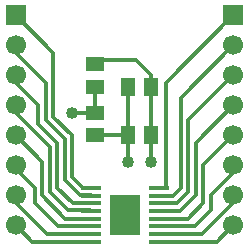
<source format=gtl>
G04 DipTrace 3.1.0.1*
G04 09342-3_miskovichk_giordanom_0_1.gtl*
%MOIN*%
G04 #@! TF.FileFunction,Copper,L1,Top*
G04 #@! TF.Part,Single*
G04 #@! TA.AperFunction,Conductor*
%ADD13C,0.012992*%
%ADD15R,0.051181X0.059055*%
%ADD16R,0.059055X0.051181*%
G04 #@! TA.AperFunction,ComponentPad*
%ADD17R,0.066929X0.066929*%
%ADD18C,0.066929*%
%ADD19R,0.070866X0.015748*%
%ADD20R,0.098425X0.137795*%
G04 #@! TA.AperFunction,ViaPad*
%ADD21C,0.04*%
%FSLAX26Y26*%
G04*
G70*
G90*
G75*
G01*
G04 Top*
%LPD*%
X756500Y554138D2*
D13*
X671362D1*
X594000Y631500D1*
Y744000D1*
X506500Y831500D1*
X769000Y831697D2*
X881303D1*
X881500Y831500D1*
Y994000D2*
Y831500D1*
Y744000D1*
X756500Y528547D2*
X646953D1*
X569000Y606500D1*
Y656500D1*
X506500Y719000D1*
Y731500D1*
X956303Y831500D2*
Y994000D1*
Y1031697D1*
X906500Y1081500D1*
X781697D1*
X769000Y1068803D1*
X956303Y831500D2*
Y744197D1*
X956500Y744000D1*
X506500Y931500D2*
Y906500D1*
X619000Y794000D1*
Y644000D1*
X681500Y581500D1*
X754728D1*
X756500Y579728D1*
X769000Y906500D2*
Y994000D1*
Y906500D2*
X694000D1*
X756500Y656500D2*
X731500D1*
X694000Y694000D1*
Y831500D1*
X631500Y894000D1*
Y1106500D1*
X506500Y1231500D1*
Y1131500D2*
Y1106500D1*
X606500Y1006500D1*
Y881500D1*
X669000Y819000D1*
Y681500D1*
X719000Y631500D1*
X755909D1*
X756500Y630909D1*
X984846Y605319D2*
X1042819D1*
X1081500Y644000D1*
Y881500D1*
X1231500Y1031500D1*
X984846Y630909D2*
X1030909D1*
X1056500Y656500D1*
Y956500D1*
X1231500Y1131500D1*
X984846Y656500D2*
X1006500D1*
Y1006500D1*
X1231500Y1231500D1*
X984854Y477366D2*
X1177366D1*
X1231500Y531500D1*
X984846Y502957D2*
X1127957D1*
X1256500Y631500D1*
X1231500D1*
X984846Y528547D2*
X1103547D1*
X1156500Y581500D1*
Y631500D1*
X1231500Y706500D1*
Y731500D1*
X984846Y554138D2*
X1079138D1*
X1131500Y606500D1*
Y731500D1*
X1231500Y831500D1*
X984846Y579728D2*
X1054728D1*
X1106500Y631500D1*
Y806500D1*
X1231500Y931500D1*
X756500Y477366D2*
X560634D1*
X506500Y531500D1*
X756500Y502957D2*
X610043D1*
X481500Y631500D1*
X506500D1*
X756500Y605319D2*
X695181D1*
X644000Y656500D1*
Y806500D1*
X581500Y869000D1*
Y931500D1*
X481500Y1031500D1*
X506500D1*
D21*
X881500Y744000D3*
X956500D3*
X694000Y906500D3*
D15*
X881500Y994000D3*
X956303D3*
X881500Y831500D3*
X956303D3*
D16*
X769000Y994000D3*
Y1068803D3*
D17*
X506500Y1231500D3*
D18*
Y1131500D3*
Y1031500D3*
Y931500D3*
Y831500D3*
Y731500D3*
Y631500D3*
Y531500D3*
D17*
X1231500Y1231500D3*
D18*
Y1131500D3*
Y1031500D3*
Y931500D3*
Y831500D3*
Y731500D3*
Y631500D3*
Y531500D3*
D16*
X769000Y906500D3*
Y831697D3*
D19*
X756500Y656500D3*
Y630909D3*
Y605319D3*
Y579728D3*
Y554138D3*
Y528547D3*
Y502957D3*
Y477366D3*
X984854D3*
X984846Y502957D3*
Y528547D3*
Y554138D3*
Y579728D3*
Y605319D3*
Y630909D3*
Y656500D3*
D20*
X870677Y566933D3*
M02*

</source>
